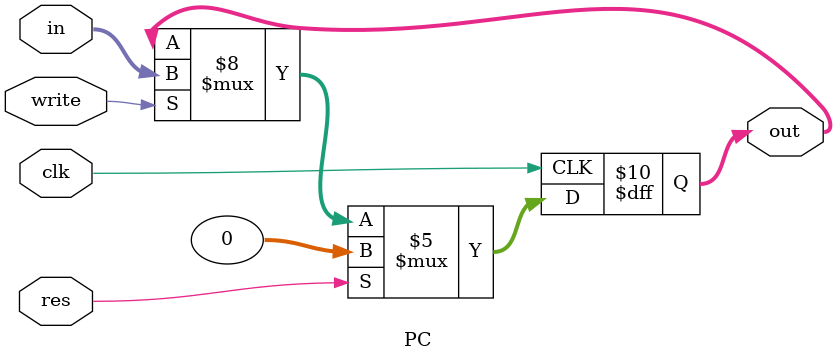
<source format=v>
`timescale 1ns / 1ps

module PC(input clk, res, write, 
          input [31:0] in, 
          output reg [31:0] out);
          
  always @(posedge clk)
  begin
    if(write == 1)
        out = in;
    
    if(res == 1)
        out = 0;
  end
  
endmodule

</source>
